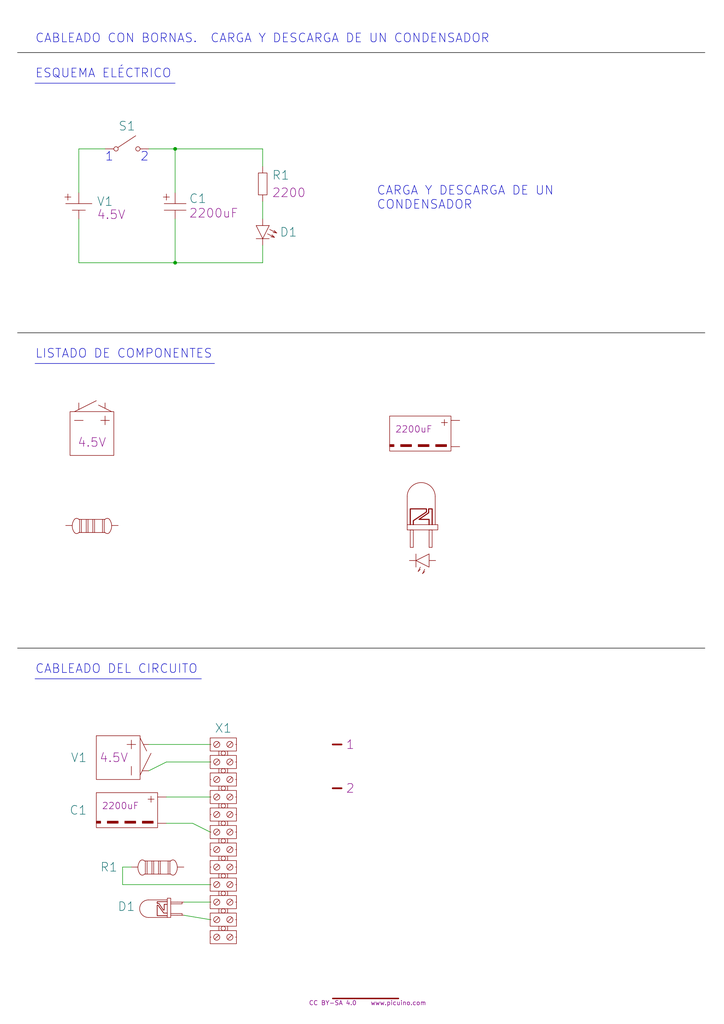
<source format=kicad_sch>
(kicad_sch (version 20211123) (generator eeschema)
  (paper "A4" portrait)
  (title_block (title "Circuitos eléctricos. Cableado con bornas.") (date "14/12/2018") (company "www.picuino.com") (comment 1 "Copyright (c) 2018 by Carlos Pardo") (comment 2 "License CC BY-SA 4.0"))
  (lib_symbols
    (symbol "electric-bornas-condensador-rescue:CopyRight-simbolos" (pin_names (offset 1.016))
      (property "License" "Licencia CC BY-SA 4.0" (at 9.525 5.715 0))
      (property "Author" "Carlos Pardo" (at 7.62 3.81 0))
      (property "Date" "© 2018" (at -1.27 3.81 0))
      (property "Web" "www.picuino.com" (at 9.525 1.905 0))
      (symbol "CopyRight-simbolos_0_1"
        (polyline (pts (xy 0 0) (xy 19.05 0)) (stroke (width 0.4064)))
      )
    )
    (symbol "electric-bornas-condensador-rescue:LED_pack-simbolos" (pin_names (offset 1.016))
      (property "Reference" "D" (at 8.89 5.08 0))
      (symbol "LED_pack-simbolos_0_1"
        (polyline (pts (xy 0 0) (xy 0 9.652)))
        (polyline (pts (xy 2.54 -8.89) (xy 0.635 -8.89)))
        (polyline (pts (xy 2.54 -6.985) (xy 2.54 -10.795)))
        (polyline (pts (xy 3.175 -12.065) (xy 3.81 -11.43)))
        (polyline (pts (xy 3.81 -10.795) (xy 3.175 -12.065)))
        (polyline (pts (xy 4.445 -12.7) (xy 5.08 -12.065)))
        (polyline (pts (xy 5.08 -11.43) (xy 4.445 -12.7)))
        (polyline (pts (xy 6.35 -8.89) (xy 8.255 -8.89)))
        (polyline (pts (xy 8.128 1.524) (xy 8.128 9.652)))
        (polyline (pts (xy 0 1.524) (xy 8.89 1.524) (xy 8.89 0) (xy 0 0)))
        (polyline (pts (xy 6.35 -6.985) (xy 6.35 -10.795) (xy 2.54 -8.89) (xy 6.35 -6.985)))
        (polyline (pts (xy 0.889 1.524) (xy 0.889 6.096) (xy 5.588 6.096) (xy 5.588 5.207) (xy 1.778 2.667) (xy 1.778 1.524)) (stroke (width 0.3048)))
        (polyline (pts (xy 7.239 1.524) (xy 7.239 6.096) (xy 6.223 6.096) (xy 6.223 4.953) (xy 3.429 3.048) (xy 6.35 3.048) (xy 6.35 1.524)) (stroke (width 0.3048)))
        (rectangle (start 0.889 0) (end 1.778 -5.08))
        (rectangle (start 6.35 0) (end 7.239 -5.08))
        (arc (start 8.128 9.652) (mid 4.064 13.716) (end 0 9.652))
      )
    )
    (symbol "electric-bornas-condensador-rescue:LED_pack_5mm-simbolos" (pin_names (offset 1.016))
      (property "Reference" "D" (at 5.08 7.62 0))
      (symbol "LED_pack_5mm-simbolos_0_1"
        (polyline (pts (xy -0.635 10.287) (xy -0.635 4.826)))
        (polyline (pts (xy 0 1.905) (xy 0 3.81)))
        (polyline (pts (xy 3.81 1.905) (xy 3.81 3.81)))
        (polyline (pts (xy 4.445 10.287) (xy 4.445 4.826)))
        (polyline (pts (xy 0 0.508) (xy 0.508 0.508) (xy 0.508 3.81)))
        (polyline (pts (xy 3.81 0.508) (xy 3.302 0.508) (xy 3.302 3.81)))
        (polyline (pts (xy -0.127 4.826) (xy -0.127 7.747) (xy 2.921 7.747) (xy 2.921 7.493) (xy 0.635 5.842) (xy 0.635 4.826)) (stroke (width 0.2032)))
        (polyline (pts (xy 4.445 4.826) (xy -0.635 4.826) (xy -0.635 3.81) (xy 4.953 3.81) (xy 4.953 4.826) (xy 4.445 4.826)))
        (polyline (pts (xy 3.937 4.826) (xy 3.937 7.747) (xy 3.429 7.747) (xy 3.429 7.239) (xy 1.524 5.969) (xy 1.524 5.715) (xy 3.175 5.715) (xy 3.175 4.826)) (stroke (width 0.2032)))
        (arc (start 4.445 10.287) (mid 1.905 12.827) (end -0.635 10.287))
      )
      (symbol "LED_pack_5mm-simbolos_1_1"
        (pin input line (at 0 0 90) (length 1.905) (name "") (number ""))
        (pin input line (at 3.81 0 90) (length 1.905) (name "") (number ""))
      )
    )
    (symbol "electric-bornas-condensador-rescue:Pila-simbolos" (pin_names (offset 1.016))
      (property "Reference" "V" (at 5.08 -4.445 0))
      (symbol "Pila-simbolos_0_1"
        (polyline (pts (xy -4.064 -1.27) (xy -2.286 -1.27)))
        (polyline (pts (xy -3.81 -3.175) (xy 3.81 -3.175)))
        (polyline (pts (xy -3.175 -0.381) (xy -3.175 -2.159)))
        (polyline (pts (xy -1.905 -5.08) (xy 1.905 -5.08)))
      )
      (symbol "Pila-simbolos_1_1"
        (pin input line (at 0 -7.62 90) (length 2.54) (name "") (number ""))
        (pin input line (at 0 0 270) (length 3.175) (name "") (number ""))
      )
    )
    (symbol "electric-bornas-condensador-rescue:borna_12x2-simbolos" (pin_names (offset 1.016))
      (property "Reference" "X" (at 3.81 3.81 0))
      (symbol "borna_12x2-simbolos_0_1"
        (rectangle (start 0 -53.975) (end 7.62 -57.785))
        (rectangle (start 0 -48.895) (end 7.62 -52.705))
        (rectangle (start 0 -43.815) (end 7.62 -47.625))
        (rectangle (start 0 -38.735) (end 7.62 -42.545))
        (rectangle (start 0 -33.655) (end 7.62 -37.465))
        (rectangle (start 0 -28.575) (end 7.62 -32.385))
        (rectangle (start 0 -23.495) (end 7.62 -27.305))
        (rectangle (start 0 -18.415) (end 7.62 -22.225))
        (rectangle (start 0 -13.335) (end 7.62 -17.145))
        (rectangle (start 0 -8.255) (end 7.62 -12.065))
        (rectangle (start 0 -3.175) (end 7.62 -6.985))
        (polyline (pts (xy 1.27 -56.515) (xy 2.54 -55.245)))
        (polyline (pts (xy 1.27 -51.435) (xy 2.54 -50.165)))
        (polyline (pts (xy 1.27 -46.355) (xy 2.54 -45.085)))
        (polyline (pts (xy 1.27 -41.275) (xy 2.54 -40.005)))
        (polyline (pts (xy 1.27 -36.195) (xy 2.54 -34.925)))
        (polyline (pts (xy 1.27 -31.115) (xy 2.54 -29.845)))
        (polyline (pts (xy 1.27 -26.035) (xy 2.54 -24.765)))
        (polyline (pts (xy 1.27 -20.955) (xy 2.54 -19.685)))
        (polyline (pts (xy 1.27 -15.875) (xy 2.54 -14.605)))
        (polyline (pts (xy 1.27 -10.795) (xy 2.54 -9.525)))
        (polyline (pts (xy 1.27 -5.715) (xy 2.54 -4.445)))
        (polyline (pts (xy 1.27 -0.635) (xy 2.54 0.635)))
        (polyline (pts (xy 2.54 -53.975) (xy 2.54 -52.705)))
        (polyline (pts (xy 2.54 -48.895) (xy 2.54 -47.625)))
        (polyline (pts (xy 2.54 -43.815) (xy 2.54 -42.545)))
        (polyline (pts (xy 2.54 -38.735) (xy 2.54 -37.465)))
        (polyline (pts (xy 2.54 -33.655) (xy 2.54 -32.385)))
        (polyline (pts (xy 2.54 -28.575) (xy 2.54 -27.305)))
        (polyline (pts (xy 2.54 -23.495) (xy 2.54 -22.225)))
        (polyline (pts (xy 2.54 -18.415) (xy 2.54 -17.145)))
        (polyline (pts (xy 2.54 -13.335) (xy 2.54 -12.065)))
        (polyline (pts (xy 2.54 -8.255) (xy 2.54 -6.985)))
        (polyline (pts (xy 2.54 -3.175) (xy 2.54 -1.905)))
        (polyline (pts (xy 5.08 -56.515) (xy 6.35 -55.245)))
        (polyline (pts (xy 5.08 -53.975) (xy 5.08 -52.705)))
        (polyline (pts (xy 5.08 -51.435) (xy 6.35 -50.165)))
        (polyline (pts (xy 5.08 -48.895) (xy 5.08 -47.625)))
        (polyline (pts (xy 5.08 -46.355) (xy 6.35 -45.085)))
        (polyline (pts (xy 5.08 -43.815) (xy 5.08 -42.545)))
        (polyline (pts (xy 5.08 -41.275) (xy 6.35 -40.005)))
        (polyline (pts (xy 5.08 -38.735) (xy 5.08 -37.465)))
        (polyline (pts (xy 5.08 -36.195) (xy 6.35 -34.925)))
        (polyline (pts (xy 5.08 -33.655) (xy 5.08 -32.385)))
        (polyline (pts (xy 5.08 -31.115) (xy 6.35 -29.845)))
        (polyline (pts (xy 5.08 -28.575) (xy 5.08 -27.305)))
        (polyline (pts (xy 5.08 -26.035) (xy 6.35 -24.765)))
        (polyline (pts (xy 5.08 -23.495) (xy 5.08 -22.225)))
        (polyline (pts (xy 5.08 -20.955) (xy 6.35 -19.685)))
        (polyline (pts (xy 5.08 -18.415) (xy 5.08 -17.145)))
        (polyline (pts (xy 5.08 -15.875) (xy 6.35 -14.605)))
        (polyline (pts (xy 5.08 -13.335) (xy 5.08 -12.065)))
        (polyline (pts (xy 5.08 -10.795) (xy 6.35 -9.525)))
        (polyline (pts (xy 5.08 -8.255) (xy 5.08 -6.985)))
        (polyline (pts (xy 5.08 -5.715) (xy 6.35 -4.445)))
        (polyline (pts (xy 5.08 -3.175) (xy 5.08 -1.905)))
        (polyline (pts (xy 5.08 -0.635) (xy 6.35 0.635)))
        (rectangle (start 0 1.905) (end 7.62 -1.905))
        (circle (center 1.905 -55.88) (radius 0.889))
        (circle (center 1.905 -50.8) (radius 0.889))
        (circle (center 1.905 -45.72) (radius 0.889))
        (circle (center 1.905 -40.64) (radius 0.889))
        (circle (center 1.905 -35.56) (radius 0.889))
        (circle (center 1.905 -30.48) (radius 0.889))
        (circle (center 1.905 -25.4) (radius 0.889))
        (circle (center 1.905 -20.32) (radius 0.889))
        (circle (center 1.905 -15.24) (radius 0.889))
        (circle (center 1.905 -10.16) (radius 0.889))
        (circle (center 1.905 -5.08) (radius 0.889))
        (circle (center 1.905 0) (radius 0.889))
        (circle (center 3.81 -53.34) (radius 0.635))
        (circle (center 3.81 -48.26) (radius 0.635))
        (circle (center 3.81 -43.18) (radius 0.635))
        (circle (center 3.81 -38.1) (radius 0.635))
        (circle (center 3.81 -33.02) (radius 0.635))
        (circle (center 3.81 -27.94) (radius 0.635))
        (circle (center 3.81 -22.86) (radius 0.635))
        (circle (center 3.81 -17.78) (radius 0.635))
        (circle (center 3.81 -12.7) (radius 0.635))
        (circle (center 3.81 -7.62) (radius 0.635))
        (circle (center 3.81 -2.54) (radius 0.635))
        (circle (center 5.715 -55.88) (radius 0.889))
        (circle (center 5.715 -50.8) (radius 0.889))
        (circle (center 5.715 -45.72) (radius 0.889))
        (circle (center 5.715 -40.64) (radius 0.889))
        (circle (center 5.715 -35.56) (radius 0.889))
        (circle (center 5.715 -30.48) (radius 0.889))
        (circle (center 5.715 -25.4) (radius 0.889))
        (circle (center 5.715 -20.32) (radius 0.889))
        (circle (center 5.715 -15.24) (radius 0.889))
        (circle (center 5.715 -10.16) (radius 0.889))
        (circle (center 5.715 -5.08) (radius 0.889))
        (circle (center 5.715 0) (radius 0.889))
      )
      (symbol "borna_12x2-simbolos_1_1"
        (pin input line (at 0 -55.88 0) (length 0.254) (name "") (number ""))
        (pin input line (at 0 -50.8 0) (length 0.254) (name "") (number ""))
        (pin input line (at 0 -45.72 0) (length 0.254) (name "") (number ""))
        (pin input line (at 0 -40.64 0) (length 0.254) (name "") (number ""))
        (pin input line (at 0 -35.56 0) (length 0.254) (name "") (number ""))
        (pin input line (at 0 -30.48 0) (length 0.254) (name "") (number ""))
        (pin input line (at 0 -25.4 0) (length 0.254) (name "") (number ""))
        (pin input line (at 0 -20.32 0) (length 0.254) (name "") (number ""))
        (pin input line (at 0 -15.24 0) (length 0.254) (name "") (number ""))
        (pin input line (at 0 -10.16 0) (length 0.254) (name "") (number ""))
        (pin input line (at 0 -5.08 0) (length 0.254) (name "") (number ""))
        (pin input line (at 0 0 0) (length 0.254) (name "") (number ""))
        (pin input line (at 7.62 -55.88 180) (length 0.254) (name "") (number ""))
        (pin input line (at 7.62 -50.8 180) (length 0.254) (name "") (number ""))
        (pin input line (at 7.62 -45.72 180) (length 0.254) (name "") (number ""))
        (pin input line (at 7.62 -40.64 180) (length 0.254) (name "") (number ""))
        (pin input line (at 7.62 -35.56 180) (length 0.254) (name "") (number ""))
        (pin input line (at 7.62 -30.48 180) (length 0.254) (name "") (number ""))
        (pin input line (at 7.62 -25.4 180) (length 0.254) (name "") (number ""))
        (pin input line (at 7.62 -20.32 180) (length 0.254) (name "") (number ""))
        (pin input line (at 7.62 -15.24 180) (length 0.254) (name "") (number ""))
        (pin input line (at 7.62 -10.16 180) (length 0.254) (name "") (number ""))
        (pin input line (at 7.62 -5.08 180) (length 0.254) (name "") (number ""))
        (pin input line (at 7.62 0 180) (length 0.254) (name "") (number ""))
      )
    )
    (symbol "electric-bornas-condensador-rescue:cable-simbolos" (pin_names (offset 1.016))
      (symbol "cable-simbolos_0_1"
        (polyline (pts (xy 0 0) (xy 2.54 0)) (stroke (width 0.508)))
      )
      (symbol "cable-simbolos_1_1"
        (pin input line (at 0 0 0) (length 1.778) (name "") (number ""))
        (pin input line (at 2.54 0 180) (length 1.778) (name "") (number ""))
      )
    )
    (symbol "electric-bornas-condensador-rescue:condensador_pack-simbolos" (pin_names (offset 1.016))
      (property "Reference" "C" (at 9.525 11.43 0))
      (symbol "condensador_pack-simbolos_0_1"
        (rectangle (start -1.27 2.54) (end 8.89 20.32))
        (polyline (pts (xy 0.635 5.334) (xy 0.635 3.556)))
        (polyline (pts (xy 1.524 4.445) (xy -0.254 4.445)))
        (rectangle (start 6.985 3.81) (end 7.62 6.985) (fill (type outline)))
        (rectangle (start 6.985 8.89) (end 7.62 12.065) (fill (type outline)))
        (rectangle (start 6.985 13.97) (end 7.62 17.145) (fill (type outline)))
        (rectangle (start 6.985 19.05) (end 7.62 20.32) (fill (type outline)))
      )
      (symbol "condensador_pack-simbolos_1_1"
        (pin input line (at 0 0 90) (length 2.54) (name "") (number ""))
        (pin input line (at 7.62 0 90) (length 2.54) (name "") (number ""))
      )
    )
    (symbol "electric-bornas-condensador-rescue:condensador_pol-simbolos" (pin_names (offset 1.016))
      (property "Reference" "C" (at 3.81 -4.445 0))
      (symbol "condensador_pol-simbolos_0_1"
        (polyline (pts (xy -3.175 -3.175) (xy 3.175 -3.175)))
        (polyline (pts (xy -2.54 -0.381) (xy -2.54 -2.159)))
        (polyline (pts (xy -1.651 -1.27) (xy -3.429 -1.27)))
        (polyline (pts (xy 3.175 -5.08) (xy -3.175 -5.08)))
      )
      (symbol "condensador_pol-simbolos_1_1"
        (pin input line (at 0 -7.62 90) (length 2.54) (name "") (number ""))
        (pin input line (at 0 0 270) (length 3.175) (name "") (number ""))
      )
    )
    (symbol "electric-bornas-condensador-rescue:diodo_led-simbolos" (pin_names (offset 1.016))
      (property "Reference" "D" (at 5.08 -3.81 0))
      (symbol "diodo_led-simbolos_0_1"
        (polyline (pts (xy 1.397 -4.318) (xy 3.429 -5.334)))
        (polyline (pts (xy 1.905 -5.715) (xy -1.905 -5.715)))
        (polyline (pts (xy 2.032 -3.048) (xy 4.064 -4.064)))
        (polyline (pts (xy 3.429 -5.334) (xy 2.3622 -5.1816)))
        (polyline (pts (xy 3.429 -5.334) (xy 2.667 -4.572)))
        (polyline (pts (xy 4.064 -4.064) (xy 2.9972 -3.9116)))
        (polyline (pts (xy 4.064 -4.064) (xy 3.302 -3.302)))
        (polyline (pts (xy 1.905 -1.905) (xy -1.905 -1.905) (xy 0 -5.715) (xy 1.905 -1.905)))
      )
      (symbol "diodo_led-simbolos_1_1"
        (pin input line (at 0 -7.62 90) (length 1.905) (name "") (number ""))
        (pin input line (at 0 0 270) (length 1.905) (name "") (number ""))
      )
    )
    (symbol "electric-bornas-condensador-rescue:pila_petaca-simbolos" (pin_names (offset 1.016))
      (property "Reference" "V" (at 11.43 -8.89 0))
      (property "V" "4.5V" (at 3.81 -12.7 0))
      (symbol "pila_petaca-simbolos_0_1"
        (rectangle (start -2.54 -2.54) (end 10.16 -15.24))
        (polyline (pts (xy -1.27 -5.08) (xy 1.27 -5.08)))
        (polyline (pts (xy -1.27 -2.54) (xy 5.08 0.635)))
        (polyline (pts (xy 7.62 -3.81) (xy 7.62 -6.35)))
        (polyline (pts (xy 8.89 -5.08) (xy 6.35 -5.08)))
        (polyline (pts (xy 9.525 -2.54) (xy 5.715 -0.635)))
      )
      (symbol "pila_petaca-simbolos_1_1"
        (pin input line (at 0 0 270) (length 1.905) (name "") (number ""))
        (pin input line (at 7.62 0 270) (length 1.524) (name "") (number ""))
      )
    )
    (symbol "electric-bornas-condensador-rescue:resistencia-simbolos" (pin_names (offset 1.016))
      (property "Reference" "R" (at 1.905 -5.08 0))
      (symbol "resistencia-simbolos_0_1"
        (rectangle (start -1.27 -1.905) (end 1.27 -8.255))
      )
      (symbol "resistencia-simbolos_1_1"
        (pin input line (at 0 -10.16 90) (length 1.905) (name "") (number ""))
        (pin input line (at 0 0 270) (length 1.905) (name "") (number ""))
      )
    )
    (symbol "electric-bornas-condensador-rescue:resistencia_pack-simbolos" (pin_names (offset 1.016))
      (property "Reference" "R" (at 6.35 3.81 0))
      (property "R" "100" (at 6.985 3.81 0))
      (symbol "resistencia_pack-simbolos_0_1"
        (polyline (pts (xy 3.81 -2.032) (xy 11.43 -2.032)))
        (polyline (pts (xy 3.81 1.778) (xy 11.43 1.778)))
        (polyline (pts (xy 4.064 1.778) (xy 4.064 -2.032)))
        (polyline (pts (xy 4.572 1.778) (xy 4.572 -2.032)))
        (polyline (pts (xy 5.969 1.778) (xy 5.969 -2.032)))
        (polyline (pts (xy 6.477 1.778) (xy 6.477 -2.032)))
        (polyline (pts (xy 7.874 1.778) (xy 7.874 -2.032)))
        (polyline (pts (xy 8.382 1.778) (xy 8.382 -2.032)))
        (polyline (pts (xy 10.668 1.778) (xy 10.668 -2.032)))
        (polyline (pts (xy 11.176 1.778) (xy 11.176 -2.032)))
        (arc (start 2.54 -2.032) (mid 3.175 -2.3372) (end 3.81 -2.032))
        (arc (start 2.54 1.778) (mid 1.905 -0.127) (end 2.54 -2.032))
        (arc (start 3.81 1.778) (mid 3.175 2.0832) (end 2.54 1.778))
        (arc (start 11.43 -2.032) (mid 12.065 -2.3372) (end 12.7 -2.032))
        (arc (start 12.7 -2.032) (mid 13.335 -0.127) (end 12.7 1.778))
        (arc (start 12.7 1.778) (mid 12.065 2.0832) (end 11.43 1.778))
      )
      (symbol "resistencia_pack-simbolos_1_1"
        (pin input line (at 0 0 0) (length 1.905) (name "") (number ""))
        (pin input line (at 15.24 0 180) (length 1.905) (name "") (number ""))
      )
    )
    (symbol "electric-bornas-condensador-rescue:switch-simbolos" (pin_names (offset 1.016))
      (property "Reference" "S" (at 4.445 3.175 0))
      (symbol "switch-simbolos_0_0"
        (polyline (pts (xy 8.89 3.81) (xy 3.683 0.381)))
        (circle (center 3.175 0) (radius 0.635))
        (circle (center 9.525 0) (radius 0.635))
      )
      (symbol "switch-simbolos_1_1"
        (pin input line (at 0 0 0) (length 2.54) (name "") (number ""))
        (pin input line (at 12.7 0 180) (length 2.54) (name "") (number ""))
      )
    )
  )
  (junction (at 50.8 76.2))
  (junction (at 50.8 43.18))
  (wire (pts (xy 35.56 256.54) (xy 35.56 251.46)))
  (wire (pts (xy 60.96 220.98) (xy 48.26 220.98)))
  (wire (pts (xy 76.2 58.42) (xy 76.2 63.5)))
  (wire (pts (xy 60.96 256.54) (xy 35.56 256.54)))
  (wire (pts (xy 55.88 238.76) (xy 60.96 241.3)))
  (polyline (pts (xy 10.16 24.13) (xy 50.8 24.13)) (stroke (width 0) (type solid)))
  (wire (pts (xy 76.2 71.12) (xy 76.2 76.2)))
  (wire (pts (xy 43.18 215.9) (xy 60.96 215.9)))
  (wire (pts (xy 22.86 43.18) (xy 30.48 43.18)))
  (wire (pts (xy 35.56 251.46) (xy 38.1 251.46)))
  (polyline (pts (xy 10.16 196.85) (xy 58.42 196.85)) (stroke (width 0) (type solid)))
  (wire (pts (xy 48.26 220.98) (xy 43.18 223.52)))
  (wire (pts (xy 76.2 43.18) (xy 76.2 48.26)))
  (wire (pts (xy 50.8 63.5) (xy 50.8 76.2)))
  (wire (pts (xy 50.8 43.18) (xy 76.2 43.18)))
  (wire (pts (xy 53.34 261.62) (xy 60.96 261.62)))
  (polyline (pts (xy 5.08 15.24) (xy 204.47 15.24)) (stroke (width 0) (type solid) (color 0 0 0 1)))
  (wire (pts (xy 76.2 76.2) (xy 50.8 76.2)))
  (wire (pts (xy 60.96 266.7) (xy 53.34 265.43)))
  (wire (pts (xy 48.26 238.76) (xy 55.88 238.76)))
  (polyline (pts (xy 5.08 187.96) (xy 204.47 187.96)) (stroke (width 0) (type solid) (color 0 0 0 1)))
  (polyline (pts (xy 10.16 105.41) (xy 62.23 105.41)) (stroke (width 0) (type solid)))
  (polyline (pts (xy 5.08 96.52) (xy 204.47 96.52)) (stroke (width 0) (type solid) (color 0 0 0 1)))
  (wire (pts (xy 22.86 63.5) (xy 22.86 76.2)))
  (wire (pts (xy 43.18 43.18) (xy 50.8 43.18)))
  (wire (pts (xy 48.26 231.14) (xy 60.96 231.14)))
  (wire (pts (xy 22.86 76.2) (xy 50.8 76.2)))
  (wire (pts (xy 22.86 43.18) (xy 22.86 55.88)))
  (wire (pts (xy 50.8 43.18) (xy 50.8 55.88)))
  (text "2" (at 40.64 46.99 0) (effects (font (size 2.54 2.54)) (justify left bottom)))
  (text "CABLEADO DEL CIRCUITO" (at 10.16 195.58 0) (effects (font (size 2.54 2.54)) (justify left bottom)))
  (text "ESQUEMA ELÉCTRICO" (at 10.16 22.86 0) (effects (font (size 2.54 2.54)) (justify left bottom)))
  (text "1" (at 33.02 46.99 180) (effects (font (size 2.54 2.54)) (justify right bottom)))
  (text "CABLEADO CON BORNAS.  CARGA Y DESCARGA DE UN CONDENSADOR" (at 10.16 12.7 0) (effects (font (size 2.54 2.54)) (justify left bottom)))
  (text "LISTADO DE COMPONENTES" (at 10.16 104.14 0) (effects (font (size 2.54 2.54)) (justify left bottom)))
  (text "CARGA Y DESCARGA DE UN\nCONDENSADOR" (at 109.22 60.96 0) (effects (font (size 2.54 2.54)) (justify left bottom)))
  (symbol (lib_id "electric-bornas-condensador-rescue:borna_12x2-simbolos") (at 60.96 215.9 0) (unit 1)
    (property "Reference" "X1" (at 64.77 211.1756 0) (effects (font (size 2.54 2.54))))
    (property "Value" "borna_12x2" (effects hide))
  )
  (symbol (lib_id "electric-bornas-condensador-rescue:Pila-simbolos") (at 22.86 55.88 0) (unit 1)
    (property "Reference" "V1" (at 27.94 58.42 0) (effects (font (size 2.54 2.54)) (justify left)))
    (property "Value" "Pila" (effects hide))
    (property "V" "4.5V" (at 27.94 62.23 0) (effects (font (size 2.54 2.54)) (justify left)))
  )
  (symbol (lib_id "electric-bornas-condensador-rescue:switch-simbolos") (at 30.48 43.18 0) (unit 1)
    (property "Reference" "S1" (at 36.83 36.5506 0) (effects (font (size 2.54 2.54))))
    (property "Value" "switch" (effects hide))
  )
  (symbol (lib_id "electric-bornas-condensador-rescue:resistencia_pack-simbolos") (at 38.1 251.46 0) (unit 1)
    (property "Reference" "R1" (at 34.29 251.46 0) (effects (font (size 2.54 2.54)) (justify right)))
    (property "Value" "resistencia_pack" (effects hide))
    (property "R" "100" (effects hide))
  )
  (symbol (lib_id "electric-bornas-condensador-rescue:condensador_pack-simbolos") (at 133.35 121.92 90) (mirror x) (unit 1)
    (property "Reference" "C?" (effects hide))
    (property "Value" "condensador_pack" (effects hide))
    (property "C" "2200uF" (at 120.015 124.46 90) (effects (font (size 1.905 1.905))))
  )
  (symbol (lib_id "electric-bornas-condensador-rescue:condensador_pol-simbolos") (at 50.8 55.88 0) (unit 1)
    (property "Reference" "C1" (at 54.6862 57.5818 0) (effects (font (size 2.54 2.54)) (justify left)))
    (property "Value" "condensador_pol" (effects hide))
    (property "C" "2200uF" (at 54.6862 61.7982 0) (effects (font (size 2.54 2.54)) (justify left)))
  )
  (symbol (lib_id "electric-bornas-condensador-rescue:pila_petaca-simbolos") (at 22.86 116.84 0) (unit 1)
    (property "Reference" "V?" (effects hide))
    (property "Value" "pila_petaca" (effects hide))
    (property "V" "4.5V" (at 26.67 128.27 0) (effects (font (size 2.54 2.54))))
  )
  (symbol (lib_id "electric-bornas-condensador-rescue:cable-simbolos") (at 96.52 215.9 0) (unit 1)
    (property "Reference" "L?" (effects hide))
    (property "Value" "cable" (effects hide))
    (property "cable" "1" (at 101.6 215.9 0) (effects (font (size 2.54 2.54))))
  )
  (symbol (lib_id "electric-bornas-condensador-rescue:condensador_pack-simbolos") (at 48.26 231.14 90) (mirror x) (unit 1)
    (property "Reference" "C1" (at 25.4 234.95 90) (effects (font (size 2.54 2.54)) (justify left)))
    (property "Value" "condensador_pack" (effects hide))
    (property "C" "2200uF" (at 34.925 233.68 90) (effects (font (size 1.905 1.905))))
  )
  (symbol (lib_id "electric-bornas-condensador-rescue:cable-simbolos") (at 96.52 228.6 0) (unit 1)
    (property "Reference" "L?" (effects hide))
    (property "Value" "cable" (effects hide))
    (property "cable" "2" (at 101.6 228.6 0) (effects (font (size 2.54 2.54))))
  )
  (symbol (lib_id "electric-bornas-condensador-rescue:pila_petaca-simbolos") (at 43.18 223.52 270) (mirror x) (unit 1)
    (property "Reference" "V1" (at 25.4 219.71 90) (effects (font (size 2.54 2.54)) (justify right)))
    (property "Value" "pila_petaca" (effects hide))
    (property "V" "4.5V" (at 33.02 219.71 90) (effects (font (size 2.54 2.54))))
  )
  (symbol (lib_id "electric-bornas-condensador-rescue:LED_pack_5mm-simbolos") (at 53.34 265.43 90) (unit 1)
    (property "Reference" "D1" (at 39.37 262.89 90) (effects (font (size 2.54 2.54)) (justify left)))
    (property "Value" "LED_pack_5mm" (effects hide))
  )
  (symbol (lib_id "electric-bornas-condensador-rescue:LED_pack-simbolos") (at 118.11 153.67 0) (unit 1)
    (property "Reference" "D?" (effects hide))
    (property "Value" "LED_pack" (effects hide))
  )
  (symbol (lib_id "electric-bornas-condensador-rescue:diodo_led-simbolos") (at 76.2 63.5 0) (unit 1)
    (property "Reference" "D1" (at 80.9752 67.31 0) (effects (font (size 2.54 2.54)) (justify left)))
    (property "Value" "diodo_led" (effects hide))
  )
  (symbol (lib_id "electric-bornas-condensador-rescue:resistencia_pack-simbolos") (at 19.05 152.4 0) (unit 1)
    (property "Reference" "R?" (effects hide))
    (property "Value" "resistencia_pack" (effects hide))
    (property "R" "100" (effects hide))
  )
  (symbol (lib_id "electric-bornas-condensador-rescue:resistencia-simbolos") (at 76.2 48.26 0) (unit 1)
    (property "Reference" "R1" (at 78.74 50.8 0) (effects (font (size 2.54 2.54)) (justify left)))
    (property "Value" "resistencia" (effects hide))
    (property "R" "2200" (at 78.74 55.88 0) (effects (font (size 2.54 2.54)) (justify left)))
  )
  (symbol (lib_id "electric-bornas-condensador-rescue:CopyRight-simbolos") (at 96.52 289.56 0) (unit 1)
    (property "Reference" "CP1" (effects hide))
    (property "Value" "CopyRight" (effects hide))
    (property "License" "CC BY-SA 4.0" (at 96.52 290.83 0))
    (property "Web" "www.picuino.com" (at 115.57 290.83 0))
  )
)
</source>
